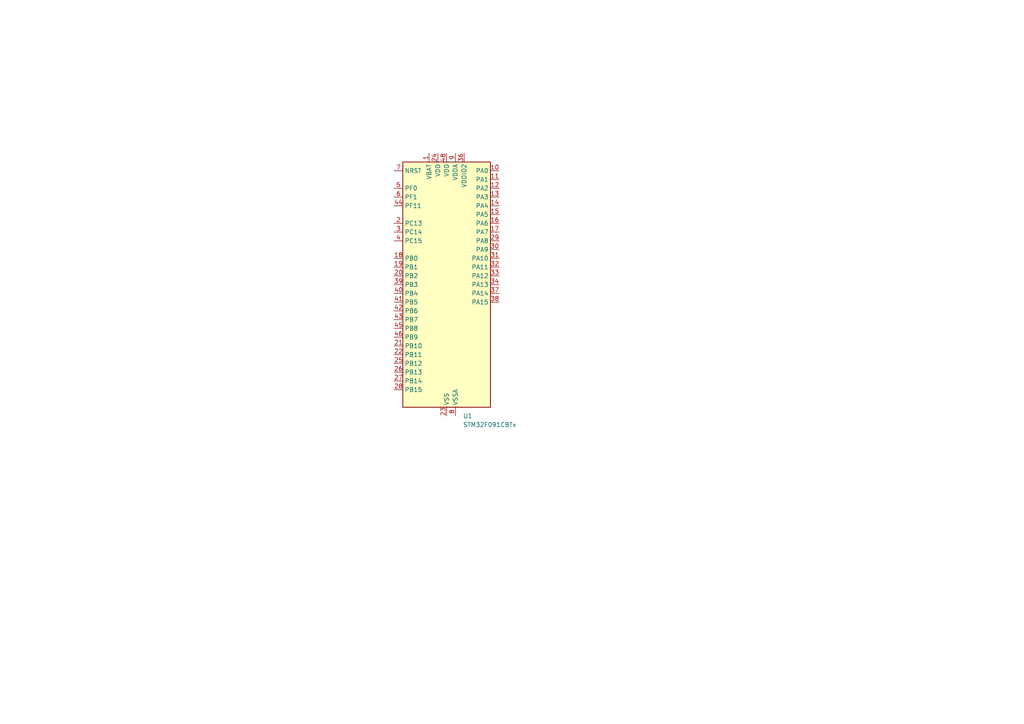
<source format=kicad_sch>
(kicad_sch (version 20230121) (generator eeschema)
  (paper "A4")
  (lib_symbols
    (symbol "MCU_ST_STM32F0:STM32F091CBTx"
      (property "Reference" "U" (at -12.7 36.83 0))
      (property "Value" "STM32F091CBTx" (at 7.62 36.83 0))
      (symbol "STM32F091CBTx_0_1"
        (rectangle (start -12.7 -35.56) (end 12.7 35.56) (stroke (width 0.254)) (fill (type background)))
      )
      (symbol "STM32F091CBTx_1_1"
        (pin power_in line (at -5.08 38.1 270) (length 2.54) (name "VBAT") (number "1"))
        (pin bidirectional line (at 15.24 33.02 180) (length 2.54) (name "PA0") (number "10"))
        (pin bidirectional line (at 15.24 30.48 180) (length 2.54) (name "PA1") (number "11"))
        (pin bidirectional line (at 15.24 27.94 180) (length 2.54) (name "PA2") (number "12"))
        (pin bidirectional line (at 15.24 25.4 180) (length 2.54) (name "PA3") (number "13"))
        (pin bidirectional line (at 15.24 22.86 180) (length 2.54) (name "PA4") (number "14"))
        (pin bidirectional line (at 15.24 20.32 180) (length 2.54) (name "PA5") (number "15"))
        (pin bidirectional line (at 15.24 17.78 180) (length 2.54) (name "PA6") (number "16"))
        (pin bidirectional line (at 15.24 15.24 180) (length 2.54) (name "PA7") (number "17"))
        (pin bidirectional line (at -15.24 7.62 0) (length 2.54) (name "PB0") (number "18"))
        (pin bidirectional line (at -15.24 5.08 0) (length 2.54) (name "PB1") (number "19"))
        (pin bidirectional line (at -15.24 17.78 0) (length 2.54) (name "PC13") (number "2"))
        (pin bidirectional line (at -15.24 2.54 0) (length 2.54) (name "PB2") (number "20"))
        (pin bidirectional line (at -15.24 -17.78 0) (length 2.54) (name "PB10") (number "21"))
        (pin bidirectional line (at -15.24 -20.32 0) (length 2.54) (name "PB11") (number "22"))
        (pin power_in line (at 0 -38.1 90) (length 2.54) (name "VSS") (number "23"))
        (pin power_in line (at -2.54 38.1 270) (length 2.54) (name "VDD") (number "24"))
        (pin bidirectional line (at -15.24 -22.86 0) (length 2.54) (name "PB12") (number "25"))
        (pin bidirectional line (at -15.24 -25.4 0) (length 2.54) (name "PB13") (number "26"))
        (pin bidirectional line (at -15.24 -27.94 0) (length 2.54) (name "PB14") (number "27"))
        (pin bidirectional line (at -15.24 -30.48 0) (length 2.54) (name "PB15") (number "28"))
        (pin bidirectional line (at 15.24 12.7 180) (length 2.54) (name "PA8") (number "29"))
        (pin bidirectional line (at -15.24 15.24 0) (length 2.54) (name "PC14") (number "3"))
        (pin bidirectional line (at 15.24 10.16 180) (length 2.54) (name "PA9") (number "30"))
        (pin bidirectional line (at 15.24 7.62 180) (length 2.54) (name "PA10") (number "31"))
        (pin bidirectional line (at 15.24 5.08 180) (length 2.54) (name "PA11") (number "32"))
        (pin bidirectional line (at 15.24 2.54 180) (length 2.54) (name "PA12") (number "33"))
        (pin bidirectional line (at 15.24 0 180) (length 2.54) (name "PA13") (number "34"))
        (pin passive line (at 0 -38.1 90) (length 2.54) hide (name "VSS") (number "35"))
        (pin power_in line (at 5.08 38.1 270) (length 2.54) (name "VDDIO2") (number "36"))
        (pin bidirectional line (at 15.24 -2.54 180) (length 2.54) (name "PA14") (number "37"))
        (pin bidirectional line (at 15.24 -5.08 180) (length 2.54) (name "PA15") (number "38"))
        (pin bidirectional line (at -15.24 0 0) (length 2.54) (name "PB3") (number "39"))
        (pin bidirectional line (at -15.24 12.7 0) (length 2.54) (name "PC15") (number "4"))
        (pin bidirectional line (at -15.24 -2.54 0) (length 2.54) (name "PB4") (number "40"))
        (pin bidirectional line (at -15.24 -5.08 0) (length 2.54) (name "PB5") (number "41"))
        (pin bidirectional line (at -15.24 -7.62 0) (length 2.54) (name "PB6") (number "42"))
        (pin bidirectional line (at -15.24 -10.16 0) (length 2.54) (name "PB7") (number "43"))
        (pin bidirectional line (at -15.24 22.86 0) (length 2.54) (name "PF11") (number "44"))
        (pin bidirectional line (at -15.24 -12.7 0) (length 2.54) (name "PB8") (number "45"))
        (pin bidirectional line (at -15.24 -15.24 0) (length 2.54) (name "PB9") (number "46"))
        (pin passive line (at 0 -38.1 90) (length 2.54) hide (name "VSS") (number "47"))
        (pin power_in line (at 0 38.1 270) (length 2.54) (name "VDD") (number "48"))
        (pin bidirectional line (at -15.24 27.94 0) (length 2.54) (name "PF0") (number "5"))
        (pin bidirectional line (at -15.24 25.4 0) (length 2.54) (name "PF1") (number "6"))
        (pin input line (at -15.24 33.02 0) (length 2.54) (name "NRST") (number "7"))
        (pin power_in line (at 2.54 -38.1 90) (length 2.54) (name "VSSA") (number "8"))
        (pin power_in line (at 2.54 38.1 270) (length 2.54) (name "VDDA") (number "9"))
      )
    )
  )
  (symbol (lib_id "MCU_ST_STM32F0:STM32F091CBTx") (at 129.54 82.55 0) (unit 1)
    (property "Reference" "U1" (at 134.2741 120.65 0) (effects (justify left)))
    (property "Value" "STM32F091CBTx" (at 134.2741 123.19 0) (effects (justify left)))
    (property "Footprint" "Package_QFP:LQFP-48_7x7mm_P0.5mm" (effects hide))
    (property "Datasheet" "https://www.st.com/resource/en/datasheet/stm32f091cb.pdf" (effects hide))
  )
)
</source>
